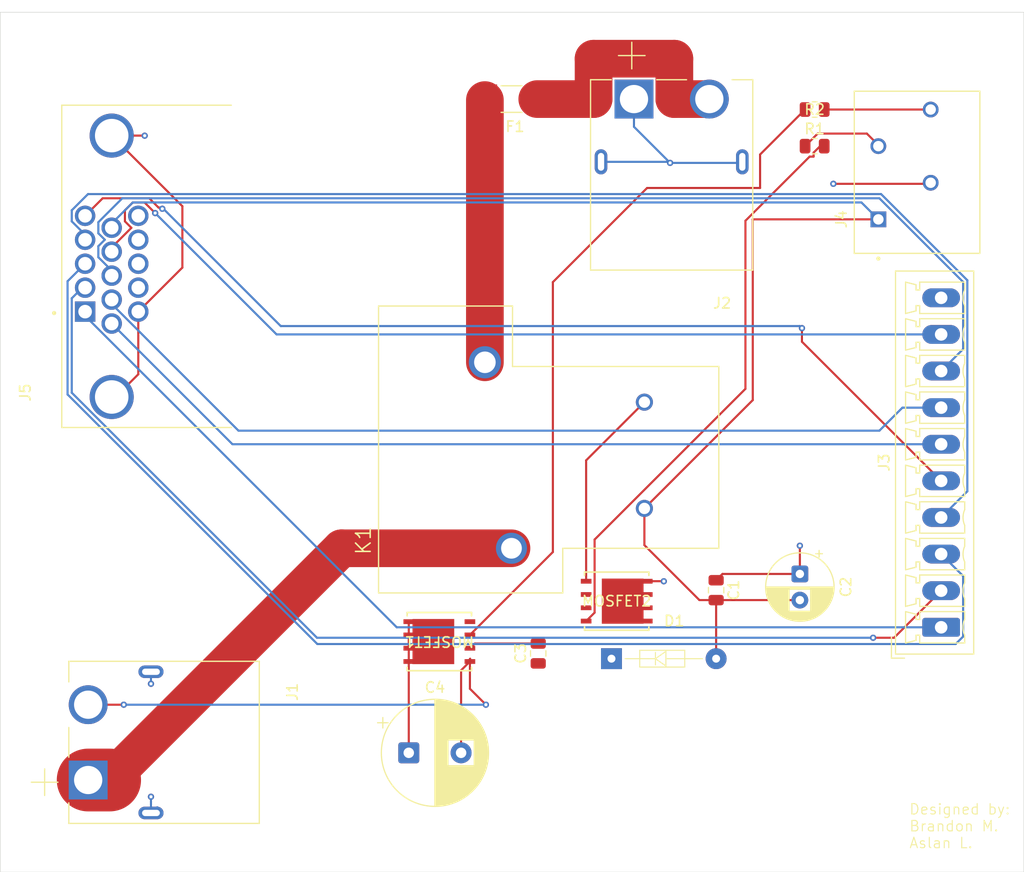
<source format=kicad_pcb>
(kicad_pcb (version 20241229) (generator "pcbnew") (generator_version "9.0")
  (layers (0 "F.Cu" signal) (2 "B.Cu" signal) (13 "F.Paste" user) (15 "B.Paste" user) (5 "F.SilkS" user "F.Silkscreen") (7 "B.SilkS" user "B.Silkscreen") (1 "F.Mask" user) (3 "B.Mask" user) (25 "Edge.Cuts" user))
  (net 0 "")
  (net 1 "GND")
  (net 2 "TH2")
  (net 3 "TH3")
  (net 4 "TH1")
  (net 5 "5V")
  (net 6 "TH7")
  (net 7 "TH6")
  (net 8 "TH8")
  (net 9 "TH4")
  (net 10 "TH9")
  (net 11 "TH5")
  (net 13 "Net-(J1-Pin_2)")
  (net 14 "PWM")
  (net 15 "RELAY")
  (net 16 "Net-(F1-Pad2)")
  (net 21 "Net-(MOSFET1-Pad3)")
  (net 22 "Net-(D1-Pad1)")
  (net 23 "Net-(MOSFET2-Pad4)")
  (net 24 "/24V")
  (net 25 "/24VIN")
  (footprint "0679L9200_01:FUSC6125X279N" (layer "F.Cu") (at 73.455 47.5 180)
    (property "Reference" "F1" (at -0.325 -2.635 0) (layer "F.SilkS"))
    (property "Value" "0679L9200-01")
    (pad "1" smd rect (at -2.455 0 180) (size 2.15 2.8) (layers "F.Cu" "F.Mask" "F.Paste") (net 25 "/24VIN"))
    (pad "2" smd rect (at 2.455 0 180) (size 2.15 2.8) (layers "F.Cu" "F.Mask" "F.Paste") (net 16 "Net-(F1-Pad2)"))
  )
  (footprint "XT60PW-M:AMASS_XT60PW-M" (layer "F.Cu") (at 88.75 53.5 180)
    (property "Reference" "J2" (at -4.8236 -13.51498 0) (layer "F.SilkS") (effects (font (size 1.000441 1.000441))))
    (property "Value" "XT60PW-M")
    (pad "1" thru_hole rect (at 3.6 6 180) (size 3.716 3.716) (drill 2.7) (layers "*.Cu" "*.Mask") (net 1 "GND"))
    (pad "2" thru_hole circle (at -3.6 6 180) (size 3.716 3.716) (drill 2.7) (layers "*.Cu" "*.Mask") (net 25 "/24VIN"))
    (pad "S1" thru_hole oval (at 6.75 0 180) (size 1.2 2.4) (drill oval 0.6 1.7) (layers "*.Cu" "*.Mask") (net 1 "GND"))
    (pad "S2" thru_hole oval (at -6.75 0 180) (size 1.2 2.4) (drill oval 0.6 1.7) (layers "*.Cu" "*.Mask") (net 1 "GND"))
  )
  (footprint "Resistor_SMD:R_0805_2012Metric" (layer "F.Cu") (at 102.4125 52)
    (property "Reference" "R1" (at 0 -1.65 0) (layer "F.SilkS"))
    (property "Value" "100")
    (pad "1" smd roundrect (at -0.9125 0) (size 1.025 1.4) (layers "F.Cu" "F.Mask" "F.Paste") (roundrect_rratio 0.243902) (net 15 "RELAY"))
    (pad "2" smd roundrect (at 0.9125 0) (size 1.025 1.4) (layers "F.Cu" "F.Mask" "F.Paste") (roundrect_rratio 0.243902) (net 23 "Net-(MOSFET2-Pad4)"))
  )
  (footprint "Resistor_SMD:R_0805_2012Metric" (layer "F.Cu") (at 102.4125 48.5 180)
    (property "Reference" "R2" (at 0 0 0) (layer "F.SilkS"))
    (property "Value" "100")
    (pad "1" smd roundrect (at -0.9125 0 180) (size 1.025 1.4) (layers "F.Cu" "F.Mask" "F.Paste") (roundrect_rratio 0.243902) (net 14 "PWM"))
    (pad "2" smd roundrect (at 0.9125 0 180) (size 1.025 1.4) (layers "F.Cu" "F.Mask" "F.Paste") (roundrect_rratio 0.243902) (net 21 "Net-(MOSFET1-Pad3)"))
  )
  (footprint "Connector_Phoenix_MC:PhoenixContact_MCV_1,5_10-G-3.5_1x10_P3.50mm_Vertical" (layer "F.Cu") (at 114.5 98 90)
    (property "Reference" "J3" (at 15.75 -5.45 90) (layer "F.SilkS"))
    (property "Value" "Screw_Terminal_01x10")
    (pad "1" thru_hole roundrect (at 0 0 90) (size 1.8 3.6) (drill 1.2) (layers "*.Cu" "*.Mask") (roundrect_rratio 0.138889) (net 4 "TH1"))
    (pad "2" thru_hole oval (at 3.5 0 90) (size 1.8 3.6) (drill 1.2) (layers "*.Cu" "*.Mask") (net 2 "TH2"))
    (pad "3" thru_hole oval (at 7 0 90) (size 1.8 3.6) (drill 1.2) (layers "*.Cu" "*.Mask") (net 3 "TH3"))
    (pad "4" thru_hole oval (at 10.5 0 90) (size 1.8 3.6) (drill 1.2) (layers "*.Cu" "*.Mask") (net 9 "TH4"))
    (pad "5" thru_hole oval (at 14 0 90) (size 1.8 3.6) (drill 1.2) (layers "*.Cu" "*.Mask") (net 11 "TH5"))
    (pad "6" thru_hole oval (at 17.5 0 90) (size 1.8 3.6) (drill 1.2) (layers "*.Cu" "*.Mask") (net 7 "TH6"))
    (pad "7" thru_hole oval (at 21 0 90) (size 1.8 3.6) (drill 1.2) (layers "*.Cu" "*.Mask") (net 6 "TH7"))
    (pad "8" thru_hole oval (at 24.5 0 90) (size 1.8 3.6) (drill 1.2) (layers "*.Cu" "*.Mask") (net 8 "TH8"))
    (pad "9" thru_hole oval (at 28 0 90) (size 1.8 3.6) (drill 1.2) (layers "*.Cu" "*.Mask") (net 10 "TH9"))
    (pad "10" thru_hole oval (at 31.5 0 90) (size 1.8 3.6) (drill 1.2) (layers "*.Cu" "*.Mask"))
  )
  (footprint "digikey-footprints:Diode_DO-35_P10mm" (layer "F.Cu") (at 83 101)
    (property "Reference" "D1" (at 6 -3.6 0) (layer "F.SilkS"))
    (property "Value" "1N4148")
    (pad "1" thru_hole rect (at 0 0) (size 2 2) (drill 0.76) (layers "*.Cu" "*.Mask") (net 22 "Net-(D1-Pad1)"))
    (pad "2" thru_hole circle (at 10 0) (size 2 2) (drill 0.76) (layers "*.Cu" "*.Mask") (net 5 "5V"))
  )
  (footprint "SIR462DP:POWERPAK_SO-8_SINGLE_VIS" (layer "F.Cu") (at 66.553323 99.365 180)
    (property "Reference" "MOSFET1" (at 0 0 180) (layer "F.SilkS"))
    (property "Value" "SIR462DP-T1-GE3")
    (fp_poly (pts (xy 2.5654 -2.159) (xy -1.4224 -2.159) (xy -1.4224 2.159) (xy 2.5654 2.159)) (fill yes) (layer "F.Cu"))
    (pad "1" smd rect (at -2.921 -1.905 180) (size 1.016 0.4572) (layers "F.Cu" "F.Mask" "F.Paste") (net 13 "Net-(J1-Pin_2)"))
    (pad "2" smd rect (at -2.921 -0.635 180) (size 1.016 0.4572) (layers "F.Cu" "F.Mask" "F.Paste") (net 13 "Net-(J1-Pin_2)"))
    (pad "3" smd rect (at -2.921 0.635 180) (size 1.016 0.4572) (layers "F.Cu" "F.Mask" "F.Paste") (net 21 "Net-(MOSFET1-Pad3)"))
    (pad "4" smd rect (at -2.921 1.905 180) (size 1.016 0.4572) (layers "F.Cu" "F.Mask" "F.Paste") (net 13 "Net-(J1-Pin_2)"))
    (pad "5" smd rect (at 2.921 1.905 180) (size 1.016 0.4572) (layers "F.Cu" "F.Mask" "F.Paste") (net 1 "GND"))
    (pad "6" smd rect (at 2.921 0.635 180) (size 1.016 0.4572) (layers "F.Cu" "F.Mask" "F.Paste") (net 1 "GND"))
    (pad "7" smd rect (at 2.921 -0.635 180) (size 1.016 0.4572) (layers "F.Cu" "F.Mask" "F.Paste") (net 1 "GND"))
    (pad "8" smd rect (at 2.921 -1.905 180) (size 1.016 0.4572) (layers "F.Cu" "F.Mask" "F.Paste") (net 1 "GND"))
  )
  (footprint "1985218:TE_1985218" (layer "F.Cu") (at 112.2 54.5 90)
    (property "Reference" "J4" (at -4.4925 -7.2325 90) (layer "F.SilkS"))
    (property "Value" "Screw_Terminal_01x04")
    (pad "1" thru_hole rect (at -4.5 -3.7 90) (size 1.508 1.508) (drill 1) (layers "*.Cu" "*.Mask") (net 5 "5V"))
    (pad "2" thru_hole circle (at -1 1.3 90) (size 1.508 1.508) (drill 1) (layers "*.Cu" "*.Mask") (net 1 "GND"))
    (pad "3" thru_hole circle (at 2.5 -3.7 90) (size 1.508 1.508) (drill 1) (layers "*.Cu" "*.Mask") (net 15 "RELAY"))
    (pad "4" thru_hole circle (at 6 1.3 90) (size 1.508 1.508) (drill 1) (layers "*.Cu" "*.Mask") (net 14 "PWM"))
  )
  (footprint "10090926_P154XLF:AMPHENOL_10090926-P154XLF" (layer "F.Cu") (at 35.2475 63.49175 90)
    (property "Reference" "J5" (at -12.065 -8.255 90) (layer "F.SilkS"))
    (property "Value" "10090926-P154XLF")
    (pad "1" thru_hole rect (at -4.33 -2.54 90) (size 1.95 1.95) (drill 1.3) (layers "*.Cu" "*.Mask") (net 4 "TH1"))
    (pad "2" thru_hole circle (at -2.04 -2.54 90) (size 1.95 1.95) (drill 1.3) (layers "*.Cu" "*.Mask") (net 2 "TH2"))
    (pad "3" thru_hole circle (at 0.25 -2.54 90) (size 1.95 1.95) (drill 1.3) (layers "*.Cu" "*.Mask") (net 3 "TH3"))
    (pad "4" thru_hole circle (at 2.54 -2.54 90) (size 1.95 1.95) (drill 1.3) (layers "*.Cu" "*.Mask") (net 9 "TH4"))
    (pad "5" thru_hole circle (at 4.83 -2.54 90) (size 1.95 1.95) (drill 1.3) (layers "*.Cu" "*.Mask") (net 11 "TH5"))
    (pad "6" thru_hole circle (at -5.47 0 90) (size 1.95 1.95) (drill 1.3) (layers "*.Cu" "*.Mask") (net 7 "TH6"))
    (pad "7" thru_hole circle (at -3.18 0 90) (size 1.95 1.95) (drill 1.3) (layers "*.Cu" "*.Mask") (net 6 "TH7"))
    (pad "8" thru_hole circle (at -0.89 0 90) (size 1.95 1.95) (drill 1.3) (layers "*.Cu" "*.Mask") (net 8 "TH8"))
    (pad "9" thru_hole circle (at 1.4 0 90) (size 1.95 1.95) (drill 1.3) (layers "*.Cu" "*.Mask") (net 10 "TH9"))
    (pad "10" thru_hole circle (at 3.69 0 90) (size 1.95 1.95) (drill 1.3) (layers "*.Cu" "*.Mask") (net 5 "5V"))
    (pad "11" thru_hole circle (at -4.33 2.54 90) (size 1.95 1.95) (drill 1.3) (layers "*.Cu" "*.Mask") (net 1 "GND"))
    (pad "12" thru_hole circle (at -2.04 2.54 90) (size 1.95 1.95) (drill 1.3) (layers "*.Cu" "*.Mask"))
    (pad "13" thru_hole circle (at 0.25 2.54 90) (size 1.95 1.95) (drill 1.3) (layers "*.Cu" "*.Mask"))
    (pad "14" thru_hole circle (at 2.54 2.54 90) (size 1.95 1.95) (drill 1.3) (layers "*.Cu" "*.Mask"))
    (pad "15" thru_hole circle (at 4.83 2.54 90) (size 1.95 1.95) (drill 1.3) (layers "*.Cu" "*.Mask"))
    (pad "S1" thru_hole circle (at -12.49 0 90) (size 4.216 4.216) (drill 3.2) (layers "*.Cu" "*.Mask") (net 1 "GND"))
    (pad "S2" thru_hole circle (at 12.5 0 90) (size 4.216 4.216) (drill 3.2) (layers "*.Cu" "*.Mask") (net 1 "GND"))
  )
  (footprint "Capacitor_SMD:C_0805_2012Metric" (layer "F.Cu") (at 76 100.5 90)
    (property "Reference" "C3" (at 0 -1.68 90) (layer "F.SilkS"))
    (property "Value" "C1uf")
    (pad "1" smd roundrect (at -0.95 0 90) (size 1 1.45) (layers "F.Cu" "F.Mask" "F.Paste") (net 1 "GND"))
    (pad "2" smd roundrect (at 0.95 0 90) (size 1 1.45) (layers "F.Cu" "F.Mask" "F.Paste") (net 13 "Net-(J1-Pin_2)"))
  )
  (footprint "Capacitor_THT:CP_Radial_D10.0mm_P5.00mm" (layer "F.Cu") (at 63.632323 110)
    (property "Reference" "C4" (at 2.5 -6.25 0) (layer "F.SilkS"))
    (property "Value" "C1000uf")
    (pad "1" thru_hole roundrect (at 0 0) (size 2 2) (drill 1) (layers "*.Cu" "*.Mask") (roundrect_rratio 0.125) (net 1 "GND"))
    (pad "2" thru_hole circle (at 5 0) (size 2 2) (drill 1) (layers "*.Cu" "*.Mask") (net 13 "Net-(J1-Pin_2)"))
  )
  (footprint "Capacitor_SMD:C_0805_2012Metric" (layer "F.Cu") (at 93 94.45 -90)
    (property "Reference" "C1" (at 0 -1.68 90) (layer "F.SilkS"))
    (property "Value" "C0.1uf")
    (pad "1" smd roundrect (at -0.95 0 270) (size 1 1.45) (layers "F.Cu" "F.Mask" "F.Paste") (net 1 "GND"))
    (pad "2" smd roundrect (at 0.95 0 270) (size 1 1.45) (layers "F.Cu" "F.Mask" "F.Paste") (net 5 "5V"))
  )
  (footprint "SIR462DP:POWERPAK_SO-8_SINGLE_VIS" (layer "F.Cu") (at 83.5 95.5)
    (property "Reference" "MOSFET2" (at 0 0 0) (layer "F.SilkS"))
    (property "Value" "SIR462DP-T1-GE3")
    (fp_poly (pts (xy 2.5654 -2.159) (xy -1.4224 -2.159) (xy -1.4224 2.159) (xy 2.5654 2.159)) (fill yes) (layer "F.Cu"))
    (pad "1" smd rect (at -2.921 -1.905) (size 1.016 0.4572) (layers "F.Cu" "F.Mask" "F.Paste") (net 22 "Net-(D1-Pad1)"))
    (pad "2" smd rect (at -2.921 -0.635) (size 1.016 0.4572) (layers "F.Cu" "F.Mask" "F.Paste") (net 22 "Net-(D1-Pad1)"))
    (pad "3" smd rect (at -2.921 0.635) (size 1.016 0.4572) (layers "F.Cu" "F.Mask" "F.Paste") (net 22 "Net-(D1-Pad1)"))
    (pad "4" smd rect (at -2.921 1.905) (size 1.016 0.4572) (layers "F.Cu" "F.Mask" "F.Paste") (net 23 "Net-(MOSFET2-Pad4)"))
    (pad "5" smd rect (at 2.921 1.905) (size 1.016 0.4572) (layers "F.Cu" "F.Mask" "F.Paste") (net 1 "GND"))
    (pad "6" smd rect (at 2.921 0.635) (size 1.016 0.4572) (layers "F.Cu" "F.Mask" "F.Paste") (net 1 "GND"))
    (pad "7" smd rect (at 2.921 -0.635) (size 1.016 0.4572) (layers "F.Cu" "F.Mask" "F.Paste") (net 1 "GND"))
    (pad "8" smd rect (at 2.921 -1.905) (size 1.016 0.4572) (layers "F.Cu" "F.Mask" "F.Paste") (net 1 "GND"))
  )
  (footprint "Capacitor_THT:CP_Radial_D6.3mm_P2.50mm" (layer "F.Cu") (at 101 92.9 -90)
    (property "Reference" "C2" (at 1.25 -4.4 90) (layer "F.SilkS"))
    (property "Value" "C47uf")
    (pad "1" thru_hole roundrect (at 0 0 270) (size 1.6 1.6) (drill 0.8) (layers "*.Cu" "*.Mask") (roundrect_rratio 0.15625) (net 1 "GND"))
    (pad "2" thru_hole circle (at 2.5 0 270) (size 1.6 1.6) (drill 0.8) (layers "*.Cu" "*.Mask") (net 5 "5V"))
  )
  (footprint "T9AS1D12_24:RELAY_1-1393210-8" (layer "F.Cu") (at 77 81 90)
    (property "Reference" "K1" (at -8.708725 -17.696475 90) (layer "F.SilkS") (effects (font (size 1.400591 1.400591))))
    (property "Value" "1-1393210-8")
    (pad "1" thru_hole circle (at -5.635 9.145 90) (size 1.635 1.635) (drill 1.09) (layers "*.Cu" "*.Mask") (net 5 "5V"))
    (pad "2" thru_hole circle (at 4.525 9.145 90) (size 1.635 1.635) (drill 1.09) (layers "*.Cu" "*.Mask") (net 22 "Net-(D1-Pad1)"))
    (pad "3" thru_hole circle (at 8.335 -6.095 90) (size 3.076 3.076) (drill 2.06) (layers "*.Cu" "*.Mask") (net 16 "Net-(F1-Pad2)"))
    (pad "4" thru_hole circle (at -9.445 -3.555 90) (size 2.97 2.97) (drill 1.98) (layers "*.Cu" "*.Mask") (net 24 "/24V"))
  )
  (footprint "XT60PW-M:AMASS_XT60PW-M" (layer "F.Cu") (at 39 109 -90)
    (property "Reference" "J1" (at -4.8236 -13.51498 90) (layer "F.SilkS") (effects (font (size 1.000441 1.000441))))
    (property "Value" "XT60PW-M")
    (pad "1" thru_hole rect (at 3.6 6 270) (size 3.716 3.716) (drill 2.7) (layers "*.Cu" "*.Mask") (net 24 "/24V"))
    (pad "2" thru_hole circle (at -3.6 6 270) (size 3.716 3.716) (drill 2.7) (layers "*.Cu" "*.Mask") (net 13 "Net-(J1-Pin_2)"))
    (pad "S1" thru_hole oval (at 6.75 0 270) (size 1.2 2.4) (drill oval 0.6 1.7) (layers "*.Cu" "*.Mask"))
    (pad "S2" thru_hole oval (at -6.75 0 270) (size 1.2 2.4) (drill oval 0.6 1.7) (layers "*.Cu" "*.Mask"))
  )
  (gr_rect (start 24.6 39.2) (end 122.4 121.4) (stroke (width 0.05)) (fill no) (layer "Edge.Cuts"))
  (gr_text "Designed by:\nBrandon M.\nAslan L.\n" (at 111.4 119.2 0) (layer "F.SilkS") (effects (font (size 1 1) (thickness 0.1)) (justify left bottom)))
  (via (at 39 103.4) (size 0.6) (drill 0.3) (layers "F.Cu" "B.Cu") (net 0))
  (via (at 39 114.2) (size 0.6) (drill 0.3) (layers "F.Cu" "B.Cu") (net 0))
  (segment (start 39.05 115.75) (end 39.6 115.2) (width 0.2) (layer "B.Cu") (net 0))
  (segment (start 39 114.2) (end 39 115.75) (width 0.2) (layer "B.Cu") (net 0))
  (segment (start 39 115.75) (end 39.05 115.75) (width 0.2) (layer "B.Cu") (net 0))
  (segment (start 39 102.25) (end 39 103.4) (width 0.2) (layer "B.Cu") (net 0))
  (segment (start 42 63.60925) (end 42 57.74425) (width 0.2) (layer "F.Cu") (net 1))
  (segment (start 86.421 93.595) (end 87.995 93.595) (width 0.2) (layer "F.Cu") (net 1))
  (segment (start 101 92.9) (end 101 90.2) (width 0.2) (layer "F.Cu") (net 1))
  (segment (start 35.4 76.2) (end 37.7875 73.8125) (width 0.2) (layer "F.Cu") (net 1))
  (segment (start 63.632323 97.632323) (end 63.632323 101.27) (width 0.2) (layer "F.Cu") (net 1))
  (segment (start 63.632323 110) (end 63.632323 110.132323) (width 0.2) (layer "F.Cu") (net 1))
  (segment (start 35.2475 50.99175) (end 38.39175 50.99175) (width 0.2) (layer "F.Cu") (net 1))
  (segment (start 37.7875 67.82175) (end 42 63.60925) (width 0.2) (layer "F.Cu") (net 1))
  (segment (start 87.995 93.595) (end 88 93.6) (width 0.2) (layer "F.Cu") (net 1))
  (segment (start 76 101.45) (end 76 101.5) (width 0.2) (layer "F.Cu") (net 1))
  (segment (start 63.632323 110) (end 64 110) (width 0.2) (layer "F.Cu") (net 1))
  (segment (start 113.6 55.6) (end 104.2 55.6) (width 0.2) (layer "F.Cu") (net 1))
  (segment (start 63.6 97.6) (end 63.632323 97.632323) (width 0.2) (layer "F.Cu") (net 1))
  (segment (start 42 57.74425) (end 35.2475 50.99175) (width 0.2) (layer "F.Cu") (net 1))
  (segment (start 63.632323 97.567677) (end 63.6 97.6) (width 0.2) (layer "F.Cu") (net 1))
  (segment (start 38.39175 50.99175) (end 38.4 51) (width 0.2) (layer "F.Cu") (net 1))
  (segment (start 35.2475 75.98175) (end 35.4 76.13425) (width 0.2) (layer "F.Cu") (net 1))
  (segment (start 101 92.9) (end 93.6 92.9) (width 0.2) (layer "F.Cu") (net 1))
  (segment (start 63.632323 110) (end 63.632323 101.27) (width 0.2) (layer "F.Cu") (net 1))
  (segment (start 35.4 76.13425) (end 35.4 76.2) (width 0.2) (layer "F.Cu") (net 1))
  (segment (start 63.632323 97.46) (end 63.632323 97.567677) (width 0.2) (layer "F.Cu") (net 1))
  (segment (start 37.7875 73.8125) (end 37.7875 67.82175) (width 0.2) (layer "F.Cu") (net 1))
  (segment (start 63.632323 110.132323) (end 64 110.5) (width 0.2) (layer "F.Cu") (net 1))
  (segment (start 113.5 55.5) (end 113.6 55.6) (width 0.2) (layer "F.Cu") (net 1))
  (segment (start 93.6 92.9) (end 93 93.5) (width 0.2) (layer "F.Cu") (net 1))
  (via (at 38.4 51) (size 0.6) (drill 0.3) (layers "F.Cu" "B.Cu") (net 1))
  (via (at 101 90.2) (size 0.6) (drill 0.3) (layers "F.Cu" "B.Cu") (net 1))
  (via (at 88.6 53.6) (size 0.6) (drill 0.3) (layers "F.Cu" "B.Cu") (net 1))
  (via (at 88 93.6) (size 0.6) (drill 0.3) (layers "F.Cu" "B.Cu") (net 1))
  (via (at 104.2 55.6) (size 0.6) (drill 0.3) (layers "F.Cu" "B.Cu") (net 1))
  (segment (start 95.4 53.6) (end 88.6 53.6) (width 0.2) (layer "B.Cu") (net 1))
  (segment (start 88.5 53.5) (end 82 53.5) (width 0.2) (layer "B.Cu") (net 1))
  (segment (start 85.15 50.15) (end 85.15 47.5) (width 0.2) (layer "B.Cu") (net 1))
  (segment (start 88.6 53.6) (end 88.5 53.5) (width 0.2) (layer "B.Cu") (net 1))
  (segment (start 88.6 53.6) (end 85.15 50.15) (width 0.2) (layer "B.Cu") (net 1))
  (segment (start 95.5 53.5) (end 95.4 53.6) (width 0.2) (layer "B.Cu") (net 1))
  (segment (start 108 99) (end 110 99) (width 0.2) (layer "F.Cu") (net 2))
  (segment (start 110 99) (end 114.5 94.5) (width 0.2) (layer "F.Cu") (net 2))
  (via (at 108 99) (size 0.6) (drill 0.3) (layers "F.Cu" "B.Cu") (net 2))
  (segment (start 32.4455 65.53175) (end 31.4315 66.54575) (width 0.2) (layer "B.Cu") (net 2))
  (segment (start 32.7075 65.53175) (end 32.4455 65.53175) (width 0.2) (layer "B.Cu") (net 2))
  (segment (start 54.858909 99) (end 108 99) (width 0.2) (layer "B.Cu") (net 2))
  (segment (start 31.4315 75.572591) (end 54.858909 99) (width 0.2) (layer "B.Cu") (net 2))
  (segment (start 31.4315 66.54575) (end 31.4315 75.572591) (width 0.2) (layer "B.Cu") (net 2))
  (segment (start 31.0305 64.91875) (end 31.0305 75.738691) (width 0.2) (layer "B.Cu") (net 3))
  (segment (start 115.88516 99.601) (end 116.601 98.88516) (width 0.2) (layer "B.Cu") (net 3))
  (segment (start 32.7075 63.24175) (end 31.0305 64.91875) (width 0.2) (layer "B.Cu") (net 3))
  (segment (start 31.0305 75.738691) (end 54.892809 99.601) (width 0.2) (layer "B.Cu") (net 3))
  (segment (start 54.892809 99.601) (end 115.88516 99.601) (width 0.2) (layer "B.Cu") (net 3))
  (segment (start 116.601 93.101) (end 114.5 91) (width 0.2) (layer "B.Cu") (net 3))
  (segment (start 116.601 98.88516) (end 116.601 93.101) (width 0.2) (layer "B.Cu") (net 3))
  (segment (start 62.481213 98) (end 114.5 98) (width 0.2) (layer "B.Cu") (net 4))
  (segment (start 32.7075 67.82175) (end 32.7075 68.226287) (width 0.2) (layer "B.Cu") (net 4))
  (segment (start 32.7075 68.226287) (end 62.481213 98) (width 0.2) (layer "B.Cu") (net 4))
  (segment (start 96.5 76.28) (end 86.145 86.635) (width 0.2) (layer "F.Cu") (net 5))
  (segment (start 86.145 86.635) (end 86.145 90.145) (width 0.2) (layer "F.Cu") (net 5))
  (segment (start 93 95.4) (end 93 101) (width 0.2) (layer "F.Cu") (net 5))
  (segment (start 101 95.4) (end 93 95.4) (width 0.2) (layer "F.Cu") (net 5))
  (segment (start 91.4 95.4) (end 93 95.4) (width 0.2) (layer "F.Cu") (net 5))
  (segment (start 101 95.4) (end 101.2 95.6) (width 0.2) (layer "F.Cu") (net 5))
  (segment (start 86.145 90.145) (end 91.4 95.4) (width 0.2) (layer "F.Cu") (net 5))
  (segment (start 108.5 59) (end 96.5 59) (width 0.2) (layer "F.Cu") (net 5))
  (segment (start 96.5 59) (end 96.5 76.28) (width 0.2) (layer "F.Cu") (net 5))
  (segment (start 35.2475 59.80175) (end 35.2475 59.397213) (width 0.2) (layer "B.Cu") (net 5))
  (segment (start 106.88575 57.38575) (end 108.5 59) (width 0.2) (layer "B.Cu") (net 5))
  (segment (start 35.2475 59.397213) (end 37.258963 57.38575) (width 0.2) (layer "B.Cu") (net 5))
  (segment (start 37.258963 57.38575) (end 106.88575 57.38575) (width 0.2) (layer "B.Cu") (net 5))
  (segment (start 108.6 79.2) (end 110.8 77) (width 0.2) (layer "B.Cu") (net 6))
  (segment (start 110.8 77) (end 114.5 77) (width 0.2) (layer "B.Cu") (net 6))
  (segment (start 35.2475 67.086287) (end 47.361213 79.2) (width 0.2) (layer "B.Cu") (net 6))
  (segment (start 47.361213 79.2) (end 108.6 79.2) (width 0.2) (layer "B.Cu") (net 6))
  (segment (start 35.2475 66.67175) (end 35.2475 67.086287) (width 0.2) (layer "B.Cu") (net 6))
  (segment (start 35.2475 68.96175) (end 35.36175 68.96175) (width 0.2) (layer "F.Cu") (net 7))
  (segment (start 35.36175 68.96175) (end 35.4 69) (width 0.2) (layer "F.Cu") (net 7))
  (segment (start 46.78575 80.5) (end 114.5 80.5) (width 0.2) (layer "B.Cu") (net 7))
  (segment (start 35.2475 68.96175) (end 46.78575 80.5) (width 0.2) (layer "B.Cu") (net 7))
  (segment (start 35.2475 64.38175) (end 35.2475 63.896287) (width 0.2) (layer "B.Cu") (net 8))
  (segment (start 34.587963 60.94675) (end 33.9715 60.330287) (width 0.2) (layer "B.Cu") (net 8))
  (segment (start 35.2475 63.896287) (end 33.9715 62.620287) (width 0.2) (layer "B.Cu") (net 8))
  (segment (start 36.259963 56.98475) (end 108.59475 56.98475) (width 0.2) (layer "B.Cu") (net 8))
  (segment (start 116.601 64.991) (end 116.601 71.399) (width 0.2) (layer "B.Cu") (net 8))
  (segment (start 33.9715 61.563213) (end 34.587963 60.94675) (width 0.2) (layer "B.Cu") (net 8))
  (segment (start 33.9715 60.330287) (end 33.9715 59.273213) (width 0.2) (layer "B.Cu") (net 8))
  (segment (start 33.9715 62.620287) (end 33.9715 61.563213) (width 0.2) (layer "B.Cu") (net 8))
  (segment (start 116.601 71.399) (end 114.5 73.5) (width 0.2) (layer "B.Cu") (net 8))
  (segment (start 108.59475 56.98475) (end 116.601 64.991) (width 0.2) (layer "B.Cu") (net 8))
  (segment (start 33.9715 59.273213) (end 36.259963 56.98475) (width 0.2) (layer "B.Cu") (net 8))
  (segment (start 32.980963 56.58375) (end 108.76085 56.58375) (width 0.2) (layer "B.Cu") (net 9))
  (segment (start 33.4 61) (end 33.241213 61) (width 0.2) (layer "B.Cu") (net 9))
  (segment (start 33.35175 60.95175) (end 33.4 61) (width 0.2) (layer "B.Cu") (net 9))
  (segment (start 31.4315 59.190287) (end 31.4315 58.133213) (width 0.2) (layer "B.Cu") (net 9))
  (segment (start 108.76085 56.58375) (end 117.002 64.8249) (width 0.2) (layer "B.Cu") (net 9))
  (segment (start 117.002 84.998) (end 114.5 87.5) (width 0.2) (layer "B.Cu") (net 9))
  (segment (start 117.002 64.8249) (end 117.002 84.998) (width 0.2) (layer "B.Cu") (net 9))
  (segment (start 33.241213 61) (end 31.4315 59.190287) (width 0.2) (layer "B.Cu") (net 9))
  (segment (start 31.4315 58.133213) (end 32.980963 56.58375) (width 0.2) (layer "B.Cu") (net 9))
  (segment (start 32.7075 60.95175) (end 33.35175 60.95175) (width 0.2) (layer "B.Cu") (net 9))
  (segment (start 37.258963 57.38575) (end 38.38575 57.38575) (width 0.2) (layer "F.Cu") (net 10))
  (segment (start 35.6 62) (end 35.6 61.334713) (width 0.2) (layer "F.Cu") (net 10))
  (segment (start 37.127963 59.80675) (end 36.5115 59.190287) (width 0.2) (layer "F.Cu") (net 10))
  (segment (start 38.38575 57.38575) (end 39.4 58.4) (width 0.2) (layer "F.Cu") (net 10))
  (segment (start 35.6 61.334713) (end 37.127963 59.80675) (width 0.2) (layer "F.Cu") (net 10))
  (segment (start 35.50825 62.09175) (end 35.6 62) (width 0.2) (layer "F.Cu") (net 10))
  (segment (start 35.2475 62.09175) (end 35.50825 62.09175) (width 0.2) (layer "F.Cu") (net 10))
  (segment (start 36.5115 58.133213) (end 37.258963 57.38575) (width 0.2) (layer "F.Cu") (net 10))
  (segment (start 36.5115 59.190287) (end 36.5115 58.133213) (width 0.2) (layer "F.Cu") (net 10))
  (via (at 39.4 58.4) (size 0.6) (drill 0.3) (layers "F.Cu" "B.Cu") (net 10))
  (segment (start 39.4 58.4) (end 51 70) (width 0.2) (layer "B.Cu") (net 10))
  (segment (start 51 70) (end 114.5 70) (width 0.2) (layer "B.Cu") (net 10))
  (segment (start 39.973676 57.875029) (end 40.084397 57.98575) (width 0.2) (layer "F.Cu") (net 11))
  (segment (start 101.2 70.7) (end 114.5 84) (width 0.2) (layer "F.Cu") (net 11))
  (segment (start 39.724972 57.875029) (end 39.973676 57.875029) (width 0.2) (layer "F.Cu") (net 11))
  (segment (start 38.834693 56.98475) (end 39.724972 57.875029) (width 0.2) (layer "F.Cu") (net 11))
  (segment (start 101.2 69.4) (end 101.2 70.7) (width 0.2) (layer "F.Cu") (net 11))
  (segment (start 40.01425 57.98575) (end 40 58) (width 0.2) (layer "F.Cu") (net 11))
  (segment (start 32.7075 58.66175) (end 34.3845 56.98475) (width 0.2) (layer "F.Cu") (net 11))
  (segment (start 34.3845 56.98475) (end 38.834693 56.98475) (width 0.2) (layer "F.Cu") (net 11))
  (segment (start 40.084397 57.98575) (end 40.01425 57.98575) (width 0.2) (layer "F.Cu") (net 11))
  (via (at 40.084397 57.98575) (size 0.6) (drill 0.3) (layers "F.Cu" "B.Cu") (net 11))
  (via (at 101.2 69.4) (size 0.6) (drill 0.3) (layers "F.Cu" "B.Cu") (net 11))
  (segment (start 101 69.2) (end 101.2 69.4) (width 0.2) (layer "B.Cu") (net 11))
  (segment (start 51.4 69.2) (end 101 69.2) (width 0.2) (layer "B.Cu") (net 11))
  (segment (start 40.18575 57.98575) (end 51.4 69.2) (width 0.2) (layer "B.Cu") (net 11))
  (segment (start 40.084397 57.98575) (end 40.18575 57.98575) (width 0.2) (layer "B.Cu") (net 11))
  (segment (start 69.474323 101.025677) (end 69.5 101) (width 0.2) (layer "F.Cu") (net 13))
  (segment (start 68.632323 110) (end 68.632323 102.112) (width 0.2) (layer "F.Cu") (net 13))
  (segment (start 68.632323 102.112) (end 69.474323 101.27) (width 0.2) (layer "F.Cu") (net 13))
  (segment (start 69.474323 101.27) (end 69.474323 101.025677) (width 0.2) (layer "F.Cu") (net 13))
  (segment (start 69.474323 100) (end 69.5 100) (width 0.2) (layer "F.Cu") (net 13))
  (segment (start 71 105.4) (end 69.474323 103.874323) (width 0.2) (layer "F.Cu") (net 13))
  (segment (start 69.5 100) (end 69.95 99.55) (width 0.2) (layer "F.Cu") (net 13))
  (segment (start 69.95 99.55) (end 76 99.55) (width 0.2) (layer "F.Cu") (net 13))
  (segment (start 33 105.4) (end 36.4 105.4) (width 0.2) (layer "F.Cu") (net 13))
  (segment (start 69.474323 103.874323) (end 69.474323 101.27) (width 0.2) (layer "F.Cu") (net 13))
  (via (at 36.4 105.4) (size 0.6) (drill 0.3) (layers "F.Cu" "B.Cu") (net 13))
  (via (at 71 105.4) (size 0.6) (drill 0.3) (layers "F.Cu" "B.Cu") (net 13))
  (segment (start 36.4 105.4) (end 71 105.4) (width 0.2) (layer "B.Cu") (net 13))
  (segment (start 113.5 48.5) (end 103.325 48.5) (width 0.2) (layer "F.Cu") (net 14))
  (segment (start 107.4 50.8) (end 102.7 50.8) (width 0.2) (layer "F.Cu") (net 15))
  (segment (start 108.6 52) (end 107.4 50.8) (width 0.2) (layer "F.Cu") (net 15))
  (segment (start 102.7 50.8) (end 101.5 52) (width 0.2) (layer "F.Cu") (net 15))
  (segment (start 108.5 52) (end 108.6 52) (width 0.2) (layer "F.Cu") (net 15))
  (segment (start 71 48) (end 70.905 48.095) (width 0.2) (layer "F.Cu") (net 16))
  (segment (start 70.905 72.665) (end 70.905 47.595) (width 3.6) (layer "F.Cu") (net 16))
  (segment (start 71 47.5) (end 71 48) (width 0.2) (layer "F.Cu") (net 16))
  (segment (start 70.905 47.595) (end 71 47.5) (width 0.2) (layer "F.Cu") (net 16))
  (segment (start 97.2 56) (end 86.4 56) (width 0.2) (layer "F.Cu") (net 21))
  (segment (start 77.4 65) (end 77.4 90.804323) (width 0.2) (layer "F.Cu") (net 21))
  (segment (start 86.4 56) (end 77.4 65) (width 0.2) (layer "F.Cu") (net 21))
  (segment (start 101.5 48.5) (end 97.2 52.8) (width 0.2) (layer "F.Cu") (net 21))
  (segment (start 77.4 90.804323) (end 69.474323 98.73) (width 0.2) (layer "F.Cu") (net 21))
  (segment (start 97.2 52.8) (end 97.2 56) (width 0.2) (layer "F.Cu") (net 21))
  (segment (start 86.145 76.475) (end 80.579 82.041) (width 0.2) (layer "F.Cu") (net 22))
  (segment (start 80.579 82.041) (end 80.579 93.595) (width 0.2) (layer "F.Cu") (net 22))
  (segment (start 101.9319 53.001) (end 95.8 59.1329) (width 0.2) (layer "F.Cu") (net 23))
  (segment (start 103.325 52) (end 102.9329 52) (width 0.2) (layer "F.Cu") (net 23))
  (segment (start 81.388 96.596) (end 80.579 97.405) (width 0.2) (layer "F.Cu") (net 23))
  (segment (start 81.388 89.612) (end 81.388 96.596) (width 0.2) (layer "F.Cu") (net 23))
  (segment (start 95.8 75.2) (end 81.388 89.612) (width 0.2) (layer "F.Cu") (net 23))
  (segment (start 102.3135 53.001) (end 101.9319 53.001) (width 0.2) (layer "F.Cu") (net 23))
  (segment (start 102.3135 52.6194) (end 102.3135 53.001) (width 0.2) (layer "F.Cu") (net 23))
  (segment (start 102.9329 52) (end 102.3135 52.6194) (width 0.2) (layer "F.Cu") (net 23))
  (segment (start 95.8 59.1329) (end 95.8 75.2) (width 0.2) (layer "F.Cu") (net 23))
  (segment (start 35.04969 112.6) (end 33 112.6) (width 6) (layer "F.Cu") (net 24))
  (segment (start 57.20469 90.445) (end 35.04969 112.6) (width 3.6) (layer "F.Cu") (net 24))
  (segment (start 73.445 90.445) (end 57.20469 90.445) (width 3.6) (layer "F.Cu") (net 24))
  (segment (start 33 112.6) (end 33 112.8) (width 0.2) (layer "F.Cu") (net 24))
  (segment (start 92.35 47.75) (end 92.6 48) (width 0.2) (layer "F.Cu") (net 25))
  (segment (start 81.291 47.5) (end 75.91 47.5) (width 3.6) (layer "F.Cu") (net 25))
  (segment (start 92.35 47.5) (end 92.35 47.75) (width 0.2) (layer "F.Cu") (net 25))
  (segment (start 92.35 47.5) (end 92.35 47.95) (width 0.2) (layer "F.Cu") (net 25))
  (segment (start 92.35 47.55) (end 92.4 47.6) (width 0.2) (layer "F.Cu") (net 25))
  (segment (start 89.009 47.5) (end 89.009 43.641) (width 3.6) (layer "F.Cu") (net 25))
  (segment (start 81.291 43.641) (end 81.291 47.5) (width 3.6) (layer "F.Cu") (net 25))
  (segment (start 92.35 47.5) (end 89.009 47.5) (width 3.6) (layer "F.Cu") (net 25))
  (segment (start 92.35 47.5) (end 92.35 47.55) (width 0.2) (layer "F.Cu") (net 25))
  (segment (start 89.009 43.641) (end 81.291 43.641) (width 3.6) (layer "F.Cu") (net 25))
)
</source>
